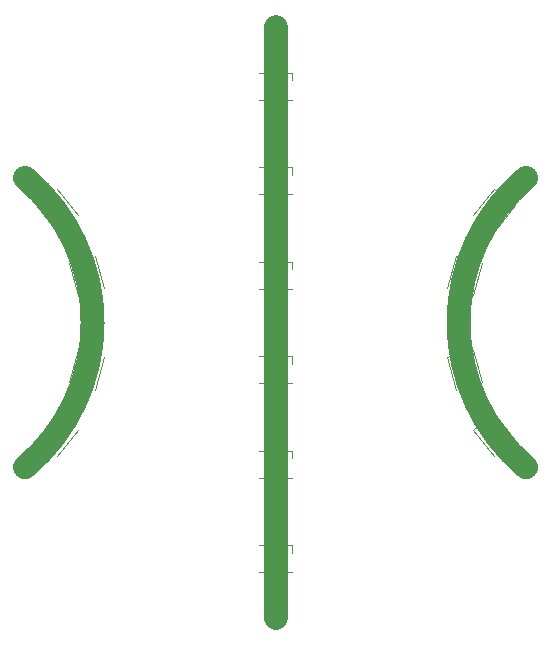
<source format=gbr>
%TF.GenerationSoftware,KiCad,Pcbnew,8.0.8*%
%TF.CreationDate,2025-02-21T18:34:30-05:00*%
%TF.ProjectId,pcb_tile_game,7063625f-7469-46c6-955f-67616d652e6b,0.1*%
%TF.SameCoordinates,Original*%
%TF.FileFunction,Legend,Bot*%
%TF.FilePolarity,Positive*%
%FSLAX46Y46*%
G04 Gerber Fmt 4.6, Leading zero omitted, Abs format (unit mm)*
G04 Created by KiCad (PCBNEW 8.0.8) date 2025-02-21 18:34:30*
%MOMM*%
%LPD*%
G01*
G04 APERTURE LIST*
%ADD10C,2.000000*%
%ADD11C,0.150000*%
%ADD12C,0.120000*%
G04 APERTURE END LIST*
D10*
X140060000Y-105000000D02*
X140060000Y-55000000D01*
X118842000Y-67750000D02*
G75*
G02*
X118842000Y-92250000I-10242590J-12250000D01*
G01*
X161278000Y-92250000D02*
G75*
G02*
X161278000Y-67750000I10242589J12250000D01*
G01*
D11*
X140798094Y-66454819D02*
X140798094Y-65454819D01*
X140798094Y-65454819D02*
X140559999Y-65454819D01*
X140559999Y-65454819D02*
X140417142Y-65502438D01*
X140417142Y-65502438D02*
X140321904Y-65597676D01*
X140321904Y-65597676D02*
X140274285Y-65692914D01*
X140274285Y-65692914D02*
X140226666Y-65883390D01*
X140226666Y-65883390D02*
X140226666Y-66026247D01*
X140226666Y-66026247D02*
X140274285Y-66216723D01*
X140274285Y-66216723D02*
X140321904Y-66311961D01*
X140321904Y-66311961D02*
X140417142Y-66407200D01*
X140417142Y-66407200D02*
X140559999Y-66454819D01*
X140559999Y-66454819D02*
X140798094Y-66454819D01*
X139321904Y-65454819D02*
X139798094Y-65454819D01*
X139798094Y-65454819D02*
X139845713Y-65931009D01*
X139845713Y-65931009D02*
X139798094Y-65883390D01*
X139798094Y-65883390D02*
X139702856Y-65835771D01*
X139702856Y-65835771D02*
X139464761Y-65835771D01*
X139464761Y-65835771D02*
X139369523Y-65883390D01*
X139369523Y-65883390D02*
X139321904Y-65931009D01*
X139321904Y-65931009D02*
X139274285Y-66026247D01*
X139274285Y-66026247D02*
X139274285Y-66264342D01*
X139274285Y-66264342D02*
X139321904Y-66359580D01*
X139321904Y-66359580D02*
X139369523Y-66407200D01*
X139369523Y-66407200D02*
X139464761Y-66454819D01*
X139464761Y-66454819D02*
X139702856Y-66454819D01*
X139702856Y-66454819D02*
X139798094Y-66407200D01*
X139798094Y-66407200D02*
X139845713Y-66359580D01*
X140798094Y-58454819D02*
X140798094Y-57454819D01*
X140798094Y-57454819D02*
X140559999Y-57454819D01*
X140559999Y-57454819D02*
X140417142Y-57502438D01*
X140417142Y-57502438D02*
X140321904Y-57597676D01*
X140321904Y-57597676D02*
X140274285Y-57692914D01*
X140274285Y-57692914D02*
X140226666Y-57883390D01*
X140226666Y-57883390D02*
X140226666Y-58026247D01*
X140226666Y-58026247D02*
X140274285Y-58216723D01*
X140274285Y-58216723D02*
X140321904Y-58311961D01*
X140321904Y-58311961D02*
X140417142Y-58407200D01*
X140417142Y-58407200D02*
X140559999Y-58454819D01*
X140559999Y-58454819D02*
X140798094Y-58454819D01*
X139369523Y-57454819D02*
X139559999Y-57454819D01*
X139559999Y-57454819D02*
X139655237Y-57502438D01*
X139655237Y-57502438D02*
X139702856Y-57550057D01*
X139702856Y-57550057D02*
X139798094Y-57692914D01*
X139798094Y-57692914D02*
X139845713Y-57883390D01*
X139845713Y-57883390D02*
X139845713Y-58264342D01*
X139845713Y-58264342D02*
X139798094Y-58359580D01*
X139798094Y-58359580D02*
X139750475Y-58407200D01*
X139750475Y-58407200D02*
X139655237Y-58454819D01*
X139655237Y-58454819D02*
X139464761Y-58454819D01*
X139464761Y-58454819D02*
X139369523Y-58407200D01*
X139369523Y-58407200D02*
X139321904Y-58359580D01*
X139321904Y-58359580D02*
X139274285Y-58264342D01*
X139274285Y-58264342D02*
X139274285Y-58026247D01*
X139274285Y-58026247D02*
X139321904Y-57931009D01*
X139321904Y-57931009D02*
X139369523Y-57883390D01*
X139369523Y-57883390D02*
X139464761Y-57835771D01*
X139464761Y-57835771D02*
X139655237Y-57835771D01*
X139655237Y-57835771D02*
X139750475Y-57883390D01*
X139750475Y-57883390D02*
X139798094Y-57931009D01*
X139798094Y-57931009D02*
X139845713Y-58026247D01*
X140798094Y-90454819D02*
X140798094Y-89454819D01*
X140798094Y-89454819D02*
X140559999Y-89454819D01*
X140559999Y-89454819D02*
X140417142Y-89502438D01*
X140417142Y-89502438D02*
X140321904Y-89597676D01*
X140321904Y-89597676D02*
X140274285Y-89692914D01*
X140274285Y-89692914D02*
X140226666Y-89883390D01*
X140226666Y-89883390D02*
X140226666Y-90026247D01*
X140226666Y-90026247D02*
X140274285Y-90216723D01*
X140274285Y-90216723D02*
X140321904Y-90311961D01*
X140321904Y-90311961D02*
X140417142Y-90407200D01*
X140417142Y-90407200D02*
X140559999Y-90454819D01*
X140559999Y-90454819D02*
X140798094Y-90454819D01*
X139845713Y-89550057D02*
X139798094Y-89502438D01*
X139798094Y-89502438D02*
X139702856Y-89454819D01*
X139702856Y-89454819D02*
X139464761Y-89454819D01*
X139464761Y-89454819D02*
X139369523Y-89502438D01*
X139369523Y-89502438D02*
X139321904Y-89550057D01*
X139321904Y-89550057D02*
X139274285Y-89645295D01*
X139274285Y-89645295D02*
X139274285Y-89740533D01*
X139274285Y-89740533D02*
X139321904Y-89883390D01*
X139321904Y-89883390D02*
X139893332Y-90454819D01*
X139893332Y-90454819D02*
X139274285Y-90454819D01*
X140798094Y-98454819D02*
X140798094Y-97454819D01*
X140798094Y-97454819D02*
X140559999Y-97454819D01*
X140559999Y-97454819D02*
X140417142Y-97502438D01*
X140417142Y-97502438D02*
X140321904Y-97597676D01*
X140321904Y-97597676D02*
X140274285Y-97692914D01*
X140274285Y-97692914D02*
X140226666Y-97883390D01*
X140226666Y-97883390D02*
X140226666Y-98026247D01*
X140226666Y-98026247D02*
X140274285Y-98216723D01*
X140274285Y-98216723D02*
X140321904Y-98311961D01*
X140321904Y-98311961D02*
X140417142Y-98407200D01*
X140417142Y-98407200D02*
X140559999Y-98454819D01*
X140559999Y-98454819D02*
X140798094Y-98454819D01*
X139274285Y-98454819D02*
X139845713Y-98454819D01*
X139559999Y-98454819D02*
X139559999Y-97454819D01*
X139559999Y-97454819D02*
X139655237Y-97597676D01*
X139655237Y-97597676D02*
X139750475Y-97692914D01*
X139750475Y-97692914D02*
X139845713Y-97740533D01*
X140798094Y-82454819D02*
X140798094Y-81454819D01*
X140798094Y-81454819D02*
X140559999Y-81454819D01*
X140559999Y-81454819D02*
X140417142Y-81502438D01*
X140417142Y-81502438D02*
X140321904Y-81597676D01*
X140321904Y-81597676D02*
X140274285Y-81692914D01*
X140274285Y-81692914D02*
X140226666Y-81883390D01*
X140226666Y-81883390D02*
X140226666Y-82026247D01*
X140226666Y-82026247D02*
X140274285Y-82216723D01*
X140274285Y-82216723D02*
X140321904Y-82311961D01*
X140321904Y-82311961D02*
X140417142Y-82407200D01*
X140417142Y-82407200D02*
X140559999Y-82454819D01*
X140559999Y-82454819D02*
X140798094Y-82454819D01*
X139893332Y-81454819D02*
X139274285Y-81454819D01*
X139274285Y-81454819D02*
X139607618Y-81835771D01*
X139607618Y-81835771D02*
X139464761Y-81835771D01*
X139464761Y-81835771D02*
X139369523Y-81883390D01*
X139369523Y-81883390D02*
X139321904Y-81931009D01*
X139321904Y-81931009D02*
X139274285Y-82026247D01*
X139274285Y-82026247D02*
X139274285Y-82264342D01*
X139274285Y-82264342D02*
X139321904Y-82359580D01*
X139321904Y-82359580D02*
X139369523Y-82407200D01*
X139369523Y-82407200D02*
X139464761Y-82454819D01*
X139464761Y-82454819D02*
X139750475Y-82454819D01*
X139750475Y-82454819D02*
X139845713Y-82407200D01*
X139845713Y-82407200D02*
X139893332Y-82359580D01*
X140798094Y-74454819D02*
X140798094Y-73454819D01*
X140798094Y-73454819D02*
X140559999Y-73454819D01*
X140559999Y-73454819D02*
X140417142Y-73502438D01*
X140417142Y-73502438D02*
X140321904Y-73597676D01*
X140321904Y-73597676D02*
X140274285Y-73692914D01*
X140274285Y-73692914D02*
X140226666Y-73883390D01*
X140226666Y-73883390D02*
X140226666Y-74026247D01*
X140226666Y-74026247D02*
X140274285Y-74216723D01*
X140274285Y-74216723D02*
X140321904Y-74311961D01*
X140321904Y-74311961D02*
X140417142Y-74407200D01*
X140417142Y-74407200D02*
X140559999Y-74454819D01*
X140559999Y-74454819D02*
X140798094Y-74454819D01*
X139369523Y-73788152D02*
X139369523Y-74454819D01*
X139607618Y-73407200D02*
X139845713Y-74121485D01*
X139845713Y-74121485D02*
X139226666Y-74121485D01*
D12*
%TO.C,D5*%
X138640000Y-66850000D02*
X141480000Y-66850000D01*
X138640000Y-69150000D02*
X141480000Y-69150000D01*
X141480000Y-67500000D02*
X141480000Y-66850000D01*
%TO.C,D6*%
X138640000Y-58850000D02*
X141480000Y-58850000D01*
X138640000Y-61150000D02*
X141480000Y-61150000D01*
X141480000Y-59500000D02*
X141480000Y-58850000D01*
%TO.C,D9*%
X154581662Y-77073973D02*
X155316708Y-74330745D01*
X156803292Y-77669255D02*
X157538338Y-74926027D01*
X155944560Y-74498976D02*
X155316708Y-74330745D01*
%TO.C,D2*%
X138640000Y-90850000D02*
X141480000Y-90850000D01*
X138640000Y-93150000D02*
X141480000Y-93150000D01*
X141480000Y-91500000D02*
X141480000Y-90850000D01*
%TO.C,D14*%
X121528027Y-72326986D02*
X119779548Y-70089035D01*
X123340452Y-70910965D02*
X121591973Y-68673014D01*
X120291755Y-69688856D02*
X119779548Y-70089035D01*
%TO.C,D1*%
X138640000Y-98850000D02*
X141480000Y-98850000D01*
X138640000Y-101150000D02*
X141480000Y-101150000D01*
X141480000Y-99500000D02*
X141480000Y-98850000D01*
%TO.C,D13*%
X123316708Y-77669257D02*
X122581662Y-74926027D01*
X125538338Y-77073973D02*
X124803292Y-74330743D01*
X123209514Y-74757795D02*
X122581662Y-74926027D01*
%TO.C,D3*%
X138640000Y-82850000D02*
X141480000Y-82850000D01*
X138640000Y-85150000D02*
X141480000Y-85150000D01*
X141480000Y-83500000D02*
X141480000Y-82850000D01*
%TO.C,D8*%
X155316708Y-85669257D02*
X154581662Y-82926027D01*
X157538338Y-85073973D02*
X156803292Y-82330743D01*
X155209514Y-82757795D02*
X154581662Y-82926027D01*
%TO.C,D7*%
X157291755Y-88688855D02*
X156779548Y-89089035D01*
X160340452Y-89910965D02*
X158591973Y-87673014D01*
X158528027Y-91326986D02*
X156779548Y-89089035D01*
%TO.C,D4*%
X138640000Y-74850000D02*
X141480000Y-74850000D01*
X138640000Y-77150000D02*
X141480000Y-77150000D01*
X141480000Y-75500000D02*
X141480000Y-74850000D01*
%TO.C,D12*%
X122581662Y-85073973D02*
X123316708Y-82330743D01*
X124803292Y-85669257D02*
X125538338Y-82926027D01*
X123944560Y-82498976D02*
X123316708Y-82330743D01*
%TO.C,D11*%
X119779549Y-89910964D02*
X121528027Y-87673014D01*
X121591973Y-91326986D02*
X123340451Y-89089036D01*
X122040234Y-88073194D02*
X121528027Y-87673014D01*
%TO.C,D10*%
X159040234Y-69073194D02*
X158528027Y-68673014D01*
X158591973Y-72326986D02*
X160340452Y-70089036D01*
X156779548Y-70910964D02*
X158528027Y-68673014D01*
%TD*%
M02*

</source>
